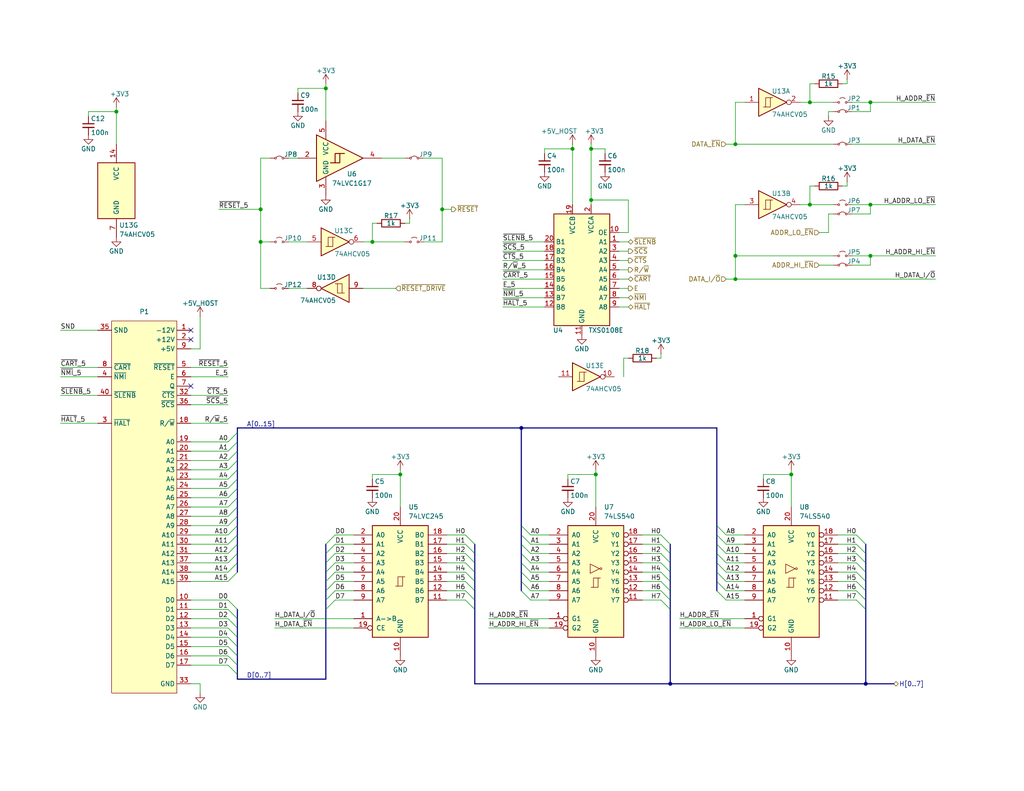
<source format=kicad_sch>
(kicad_sch (version 20231120) (generator "eeschema") (generator_version "8.0")
  (paper "USLetter")
  (title_block (title "CoCo Chameleon Cartridge Emulator") (date "2024-06-20") (rev "v0.2pre") (company "© 2023-2024 Sam Hanes, licensed CERN-OHL-W v2") (comment 1 "https://github.com/coco-chameleon/chameleon-hardware"))
  (junction (at 220.98 55.88))
  (junction (at 237.49 27.94))
  (junction (at 236.22 186.69))
  (junction (at 237.49 55.88))
  (junction (at 109.22 129.54))
  (junction (at 162.56 129.54))
  (junction (at 237.49 69.85))
  (junction (at 156.21 40.64))
  (junction (at 182.88 186.69))
  (junction (at 200.66 76.2))
  (junction (at 101.6 66.04))
  (junction (at 215.9 129.54))
  (junction (at 161.29 40.64))
  (junction (at 120.65 57.15))
  (junction (at 31.75 30.48))
  (junction (at 220.98 27.94))
  (junction (at 200.66 39.37))
  (junction (at 200.66 69.85))
  (junction (at 88.9 24.13))
  (junction (at 71.12 66.04))
  (junction (at 71.12 57.15))
  (junction (at 142.24 116.84))
  (junction (at 161.29 54.61))
  (no_connect (at 52.07 92.71))
  (no_connect (at 52.07 105.41))
  (no_connect (at 52.07 90.17))
  (bus_entry (at 88.9 163.83) (size 2.54 -2.54))
  (bus_entry (at 233.68 158.75) (size 2.54 2.54))
  (bus_entry (at 62.23 146.05) (size 2.54 -2.54))
  (bus_entry (at 195.58 156.21) (size 2.54 2.54))
  (bus_entry (at 180.34 163.83) (size 2.54 2.54))
  (bus_entry (at 62.23 163.83) (size 2.54 2.54))
  (bus_entry (at 62.23 120.65) (size 2.54 -2.54))
  (bus_entry (at 62.23 133.35) (size 2.54 -2.54))
  (bus_entry (at 62.23 143.51) (size 2.54 -2.54))
  (bus_entry (at 233.68 148.59) (size 2.54 2.54))
  (bus_entry (at 180.34 151.13) (size 2.54 2.54))
  (bus_entry (at 62.23 130.81) (size 2.54 -2.54))
  (bus_entry (at 233.68 151.13) (size 2.54 2.54))
  (bus_entry (at 62.23 123.19) (size 2.54 -2.54))
  (bus_entry (at 62.23 140.97) (size 2.54 -2.54))
  (bus_entry (at 233.68 153.67) (size 2.54 2.54))
  (bus_entry (at 62.23 166.37) (size 2.54 2.54))
  (bus_entry (at 127 146.05) (size 2.54 2.54))
  (bus_entry (at 195.58 153.67) (size 2.54 2.54))
  (bus_entry (at 62.23 151.13) (size 2.54 -2.54))
  (bus_entry (at 62.23 171.45) (size 2.54 2.54))
  (bus_entry (at 195.58 143.51) (size 2.54 2.54))
  (bus_entry (at 180.34 153.67) (size 2.54 2.54))
  (bus_entry (at 62.23 148.59) (size 2.54 -2.54))
  (bus_entry (at 88.9 166.37) (size 2.54 -2.54))
  (bus_entry (at 62.23 173.99) (size 2.54 2.54))
  (bus_entry (at 62.23 125.73) (size 2.54 -2.54))
  (bus_entry (at 62.23 156.21) (size 2.54 -2.54))
  (bus_entry (at 88.9 158.75) (size 2.54 -2.54))
  (bus_entry (at 62.23 179.07) (size 2.54 2.54))
  (bus_entry (at 127 163.83) (size 2.54 2.54))
  (bus_entry (at 127 153.67) (size 2.54 2.54))
  (bus_entry (at 195.58 161.29) (size 2.54 2.54))
  (bus_entry (at 180.34 148.59) (size 2.54 2.54))
  (bus_entry (at 180.34 161.29) (size 2.54 2.54))
  (bus_entry (at 127 151.13) (size 2.54 2.54))
  (bus_entry (at 62.23 153.67) (size 2.54 -2.54))
  (bus_entry (at 142.24 161.29) (size 2.54 2.54))
  (bus_entry (at 127 148.59) (size 2.54 2.54))
  (bus_entry (at 233.68 146.05) (size 2.54 2.54))
  (bus_entry (at 62.23 181.61) (size 2.54 2.54))
  (bus_entry (at 127 161.29) (size 2.54 2.54))
  (bus_entry (at 195.58 158.75) (size 2.54 2.54))
  (bus_entry (at 142.24 151.13) (size 2.54 2.54))
  (bus_entry (at 233.68 156.21) (size 2.54 2.54))
  (bus_entry (at 62.23 176.53) (size 2.54 2.54))
  (bus_entry (at 62.23 158.75) (size 2.54 -2.54))
  (bus_entry (at 62.23 138.43) (size 2.54 -2.54))
  (bus_entry (at 195.58 146.05) (size 2.54 2.54))
  (bus_entry (at 180.34 156.21) (size 2.54 2.54))
  (bus_entry (at 142.24 158.75) (size 2.54 2.54))
  (bus_entry (at 88.9 148.59) (size 2.54 -2.54))
  (bus_entry (at 88.9 161.29) (size 2.54 -2.54))
  (bus_entry (at 233.68 161.29) (size 2.54 2.54))
  (bus_entry (at 233.68 163.83) (size 2.54 2.54))
  (bus_entry (at 195.58 151.13) (size 2.54 2.54))
  (bus_entry (at 142.24 156.21) (size 2.54 2.54))
  (bus_entry (at 88.9 156.21) (size 2.54 -2.54))
  (bus_entry (at 142.24 143.51) (size 2.54 2.54))
  (bus_entry (at 142.24 153.67) (size 2.54 2.54))
  (bus_entry (at 88.9 153.67) (size 2.54 -2.54))
  (bus_entry (at 180.34 158.75) (size 2.54 2.54))
  (bus_entry (at 62.23 128.27) (size 2.54 -2.54))
  (bus_entry (at 88.9 151.13) (size 2.54 -2.54))
  (bus_entry (at 180.34 146.05) (size 2.54 2.54))
  (bus_entry (at 62.23 135.89) (size 2.54 -2.54))
  (bus_entry (at 142.24 148.59) (size 2.54 2.54))
  (bus_entry (at 127 156.21) (size 2.54 2.54))
  (bus_entry (at 142.24 146.05) (size 2.54 2.54))
  (bus_entry (at 195.58 148.59) (size 2.54 2.54))
  (bus_entry (at 62.23 168.91) (size 2.54 2.54))
  (bus_entry (at 127 158.75) (size 2.54 2.54))
  (wire (pts (xy 237.49 58.42) (xy 237.49 55.88)))
  (wire (pts (xy 115.57 66.04) (xy 120.65 66.04)))
  (bus (pts (xy 64.77 116.84) (xy 64.77 118.11)))
  (bus (pts (xy 195.58 116.84) (xy 195.58 143.51)))
  (wire (pts (xy 52.07 173.99) (xy 62.23 173.99)))
  (wire (pts (xy 144.78 156.21) (xy 149.86 156.21)))
  (wire (pts (xy 237.49 55.88) (xy 255.27 55.88)))
  (wire (pts (xy 144.78 158.75) (xy 149.86 158.75)))
  (bus (pts (xy 142.24 148.59) (xy 142.24 151.13)))
  (wire (pts (xy 232.41 58.42) (xy 237.49 58.42)))
  (bus (pts (xy 64.77 128.27) (xy 64.77 125.73)))
  (wire (pts (xy 137.16 71.12) (xy 148.59 71.12)))
  (wire (pts (xy 203.2 148.59) (xy 198.12 148.59)))
  (wire (pts (xy 168.91 78.74) (xy 171.45 78.74)))
  (bus (pts (xy 142.24 158.75) (xy 142.24 161.29)))
  (wire (pts (xy 121.92 153.67) (xy 127 153.67)))
  (wire (pts (xy 91.44 161.29) (xy 96.52 161.29)))
  (wire (pts (xy 237.49 30.48) (xy 237.49 27.94)))
  (wire (pts (xy 226.06 63.5) (xy 226.06 58.42)))
  (bus (pts (xy 64.77 135.89) (xy 64.77 133.35)))
  (wire (pts (xy 200.66 69.85) (xy 200.66 76.2)))
  (wire (pts (xy 237.49 27.94) (xy 255.27 27.94)))
  (wire (pts (xy 226.06 58.42) (xy 227.33 58.42)))
  (wire (pts (xy 144.78 146.05) (xy 149.86 146.05)))
  (wire (pts (xy 220.98 50.8) (xy 220.98 55.88)))
  (wire (pts (xy 31.75 30.48) (xy 24.13 30.48)))
  (wire (pts (xy 229.87 50.8) (xy 231.14 50.8)))
  (wire (pts (xy 73.66 78.74) (xy 71.12 78.74)))
  (wire (pts (xy 203.2 163.83) (xy 198.12 163.83)))
  (bus (pts (xy 64.77 173.99) (xy 64.77 176.53)))
  (wire (pts (xy 121.92 158.75) (xy 127 158.75)))
  (wire (pts (xy 115.57 43.18) (xy 120.65 43.18)))
  (wire (pts (xy 52.07 102.87) (xy 62.23 102.87)))
  (bus (pts (xy 129.54 153.67) (xy 129.54 156.21)))
  (wire (pts (xy 148.59 76.2) (xy 137.16 76.2)))
  (wire (pts (xy 52.07 135.89) (xy 62.23 135.89)))
  (wire (pts (xy 228.6 146.05) (xy 233.68 146.05)))
  (wire (pts (xy 232.41 69.85) (xy 237.49 69.85)))
  (wire (pts (xy 121.92 146.05) (xy 127 146.05)))
  (wire (pts (xy 203.2 146.05) (xy 198.12 146.05)))
  (bus (pts (xy 182.88 163.83) (xy 182.88 166.37)))
  (wire (pts (xy 52.07 148.59) (xy 62.23 148.59)))
  (wire (pts (xy 203.2 55.88) (xy 200.66 55.88)))
  (wire (pts (xy 200.66 55.88) (xy 200.66 69.85)))
  (wire (pts (xy 227.33 30.48) (xy 226.06 30.48)))
  (wire (pts (xy 218.44 27.94) (xy 220.98 27.94)))
  (wire (pts (xy 91.44 163.83) (xy 96.52 163.83)))
  (wire (pts (xy 91.44 148.59) (xy 96.52 148.59)))
  (wire (pts (xy 175.26 161.29) (xy 180.34 161.29)))
  (wire (pts (xy 91.44 156.21) (xy 96.52 156.21)))
  (wire (pts (xy 232.41 27.94) (xy 237.49 27.94)))
  (wire (pts (xy 52.07 140.97) (xy 62.23 140.97)))
  (wire (pts (xy 52.07 120.65) (xy 62.23 120.65)))
  (wire (pts (xy 88.9 33.02) (xy 88.9 24.13)))
  (wire (pts (xy 232.41 39.37) (xy 255.27 39.37)))
  (bus (pts (xy 88.9 161.29) (xy 88.9 158.75)))
  (bus (pts (xy 236.22 161.29) (xy 236.22 163.83)))
  (wire (pts (xy 231.14 49.53) (xy 231.14 50.8)))
  (wire (pts (xy 52.07 171.45) (xy 62.23 171.45)))
  (bus (pts (xy 64.77 185.42) (xy 88.9 185.42)))
  (wire (pts (xy 110.49 60.96) (xy 111.76 60.96)))
  (wire (pts (xy 109.22 129.54) (xy 101.6 129.54)))
  (wire (pts (xy 220.98 55.88) (xy 227.33 55.88)))
  (wire (pts (xy 111.76 59.69) (xy 111.76 60.96)))
  (wire (pts (xy 54.61 186.69) (xy 52.07 186.69)))
  (wire (pts (xy 203.2 151.13) (xy 198.12 151.13)))
  (wire (pts (xy 78.74 43.18) (xy 81.28 43.18)))
  (wire (pts (xy 71.12 43.18) (xy 71.12 57.15)))
  (wire (pts (xy 137.16 66.04) (xy 148.59 66.04)))
  (bus (pts (xy 142.24 156.21) (xy 142.24 158.75)))
  (wire (pts (xy 161.29 40.64) (xy 165.1 40.64)))
  (bus (pts (xy 64.77 133.35) (xy 64.77 130.81)))
  (wire (pts (xy 78.74 66.04) (xy 83.82 66.04)))
  (wire (pts (xy 168.91 73.66) (xy 171.45 73.66)))
  (bus (pts (xy 64.77 181.61) (xy 64.77 184.15)))
  (wire (pts (xy 91.44 158.75) (xy 96.52 158.75)))
  (bus (pts (xy 64.77 148.59) (xy 64.77 146.05)))
  (wire (pts (xy 208.28 129.54) (xy 208.28 130.81)))
  (wire (pts (xy 52.07 128.27) (xy 62.23 128.27)))
  (wire (pts (xy 52.07 158.75) (xy 62.23 158.75)))
  (bus (pts (xy 182.88 151.13) (xy 182.88 153.67)))
  (wire (pts (xy 175.26 151.13) (xy 180.34 151.13)))
  (wire (pts (xy 156.21 40.64) (xy 148.59 40.64)))
  (bus (pts (xy 236.22 151.13) (xy 236.22 153.67)))
  (bus (pts (xy 236.22 186.69) (xy 182.88 186.69)))
  (wire (pts (xy 168.91 63.5) (xy 171.45 63.5)))
  (wire (pts (xy 52.07 181.61) (xy 62.23 181.61)))
  (bus (pts (xy 195.58 153.67) (xy 195.58 156.21)))
  (bus (pts (xy 64.77 125.73) (xy 64.77 123.19)))
  (bus (pts (xy 64.77 120.65) (xy 64.77 118.11)))
  (wire (pts (xy 52.07 110.49) (xy 62.23 110.49)))
  (wire (pts (xy 154.94 129.54) (xy 154.94 130.81)))
  (bus (pts (xy 182.88 158.75) (xy 182.88 161.29)))
  (wire (pts (xy 175.26 148.59) (xy 180.34 148.59)))
  (bus (pts (xy 195.58 146.05) (xy 195.58 148.59)))
  (wire (pts (xy 162.56 138.43) (xy 162.56 129.54)))
  (bus (pts (xy 64.77 171.45) (xy 64.77 173.99)))
  (bus (pts (xy 236.22 156.21) (xy 236.22 158.75)))
  (bus (pts (xy 142.24 146.05) (xy 142.24 148.59)))
  (bus (pts (xy 182.88 153.67) (xy 182.88 156.21)))
  (wire (pts (xy 121.92 151.13) (xy 127 151.13)))
  (wire (pts (xy 144.78 151.13) (xy 149.86 151.13)))
  (wire (pts (xy 228.6 163.83) (xy 233.68 163.83)))
  (wire (pts (xy 162.56 129.54) (xy 154.94 129.54)))
  (wire (pts (xy 24.13 30.48) (xy 24.13 31.75)))
  (bus (pts (xy 64.77 153.67) (xy 64.77 151.13)))
  (wire (pts (xy 161.29 54.61) (xy 161.29 40.64)))
  (bus (pts (xy 195.58 151.13) (xy 195.58 153.67)))
  (wire (pts (xy 74.93 171.45) (xy 96.52 171.45)))
  (wire (pts (xy 232.41 30.48) (xy 237.49 30.48)))
  (bus (pts (xy 129.54 163.83) (xy 129.54 166.37)))
  (bus (pts (xy 129.54 156.21) (xy 129.54 158.75)))
  (bus (pts (xy 64.77 138.43) (xy 64.77 135.89)))
  (wire (pts (xy 203.2 27.94) (xy 200.66 27.94)))
  (bus (pts (xy 129.54 151.13) (xy 129.54 153.67)))
  (wire (pts (xy 228.6 158.75) (xy 233.68 158.75)))
  (wire (pts (xy 228.6 161.29) (xy 233.68 161.29)))
  (wire (pts (xy 228.6 153.67) (xy 233.68 153.67)))
  (wire (pts (xy 148.59 73.66) (xy 137.16 73.66)))
  (bus (pts (xy 129.54 186.69) (xy 129.54 166.37)))
  (wire (pts (xy 91.44 151.13) (xy 96.52 151.13)))
  (wire (pts (xy 203.2 158.75) (xy 198.12 158.75)))
  (bus (pts (xy 129.54 158.75) (xy 129.54 161.29)))
  (bus (pts (xy 195.58 143.51) (xy 195.58 146.05)))
  (wire (pts (xy 203.2 161.29) (xy 198.12 161.29)))
  (bus (pts (xy 64.77 116.84) (xy 142.24 116.84)))
  (wire (pts (xy 175.26 146.05) (xy 180.34 146.05)))
  (wire (pts (xy 74.93 168.91) (xy 96.52 168.91)))
  (wire (pts (xy 220.98 22.86) (xy 220.98 27.94)))
  (wire (pts (xy 16.51 115.57) (xy 26.67 115.57)))
  (wire (pts (xy 168.91 83.82) (xy 171.45 83.82)))
  (wire (pts (xy 133.35 171.45) (xy 149.86 171.45)))
  (bus (pts (xy 64.77 143.51) (xy 64.77 140.97)))
  (wire (pts (xy 52.07 130.81) (xy 62.23 130.81)))
  (bus (pts (xy 129.54 186.69) (xy 182.88 186.69)))
  (wire (pts (xy 52.07 156.21) (xy 62.23 156.21)))
  (wire (pts (xy 52.07 100.33) (xy 62.23 100.33)))
  (wire (pts (xy 109.22 128.27) (xy 109.22 129.54)))
  (bus (pts (xy 195.58 156.21) (xy 195.58 158.75)))
  (bus (pts (xy 236.22 148.59) (xy 236.22 151.13)))
  (wire (pts (xy 171.45 54.61) (xy 161.29 54.61)))
  (wire (pts (xy 171.45 97.79) (xy 170.18 97.79)))
  (wire (pts (xy 161.29 39.37) (xy 161.29 40.64)))
  (wire (pts (xy 148.59 83.82) (xy 137.16 83.82)))
  (wire (pts (xy 54.61 86.36) (xy 54.61 95.25)))
  (wire (pts (xy 168.91 71.12) (xy 171.45 71.12)))
  (wire (pts (xy 88.9 24.13) (xy 81.28 24.13)))
  (wire (pts (xy 52.07 166.37) (xy 62.23 166.37)))
  (wire (pts (xy 52.07 143.51) (xy 62.23 143.51)))
  (wire (pts (xy 175.26 158.75) (xy 180.34 158.75)))
  (wire (pts (xy 168.91 66.04) (xy 171.45 66.04)))
  (wire (pts (xy 162.56 128.27) (xy 162.56 129.54)))
  (bus (pts (xy 236.22 153.67) (xy 236.22 156.21)))
  (bus (pts (xy 88.9 163.83) (xy 88.9 161.29)))
  (wire (pts (xy 71.12 78.74) (xy 71.12 66.04)))
  (wire (pts (xy 232.41 55.88) (xy 237.49 55.88)))
  (wire (pts (xy 121.92 156.21) (xy 127 156.21)))
  (wire (pts (xy 52.07 146.05) (xy 62.23 146.05)))
  (wire (pts (xy 52.07 138.43) (xy 62.23 138.43)))
  (bus (pts (xy 64.77 166.37) (xy 64.77 168.91)))
  (bus (pts (xy 129.54 148.59) (xy 129.54 151.13)))
  (wire (pts (xy 52.07 163.83) (xy 62.23 163.83)))
  (wire (pts (xy 171.45 63.5) (xy 171.45 54.61)))
  (wire (pts (xy 218.44 55.88) (xy 220.98 55.88)))
  (wire (pts (xy 88.9 22.86) (xy 88.9 24.13)))
  (wire (pts (xy 228.6 148.59) (xy 233.68 148.59)))
  (bus (pts (xy 182.88 186.69) (xy 182.88 166.37)))
  (bus (pts (xy 64.77 168.91) (xy 64.77 171.45)))
  (wire (pts (xy 52.07 153.67) (xy 62.23 153.67)))
  (wire (pts (xy 99.06 78.74) (xy 107.95 78.74)))
  (wire (pts (xy 52.07 133.35) (xy 62.23 133.35)))
  (wire (pts (xy 237.49 72.39) (xy 237.49 69.85)))
  (wire (pts (xy 91.44 146.05) (xy 96.52 146.05)))
  (wire (pts (xy 198.12 76.2) (xy 200.66 76.2)))
  (wire (pts (xy 148.59 78.74) (xy 137.16 78.74)))
  (wire (pts (xy 165.1 40.64) (xy 165.1 41.91)))
  (wire (pts (xy 52.07 95.25) (xy 54.61 95.25)))
  (wire (pts (xy 175.26 163.83) (xy 180.34 163.83)))
  (wire (pts (xy 215.9 129.54) (xy 208.28 129.54)))
  (bus (pts (xy 64.77 151.13) (xy 64.77 148.59)))
  (wire (pts (xy 237.49 69.85) (xy 255.27 69.85)))
  (bus (pts (xy 88.9 166.37) (xy 88.9 163.83)))
  (bus (pts (xy 243.84 186.69) (xy 236.22 186.69)))
  (wire (pts (xy 144.78 148.59) (xy 149.86 148.59)))
  (wire (pts (xy 52.07 151.13) (xy 62.23 151.13)))
  (wire (pts (xy 156.21 39.37) (xy 156.21 40.64)))
  (bus (pts (xy 64.77 140.97) (xy 64.77 138.43)))
  (wire (pts (xy 198.12 39.37) (xy 200.66 39.37)))
  (wire (pts (xy 78.74 78.74) (xy 83.82 78.74)))
  (wire (pts (xy 91.44 153.67) (xy 96.52 153.67)))
  (bus (pts (xy 195.58 158.75) (xy 195.58 161.29)))
  (bus (pts (xy 64.77 123.19) (xy 64.77 120.65)))
  (wire (pts (xy 223.52 72.39) (xy 227.33 72.39)))
  (wire (pts (xy 52.07 176.53) (xy 62.23 176.53)))
  (wire (pts (xy 16.51 90.17) (xy 26.67 90.17)))
  (bus (pts (xy 88.9 156.21) (xy 88.9 153.67)))
  (wire (pts (xy 120.65 57.15) (xy 120.65 43.18)))
  (wire (pts (xy 52.07 123.19) (xy 62.23 123.19)))
  (wire (pts (xy 133.35 168.91) (xy 149.86 168.91)))
  (wire (pts (xy 175.26 153.67) (xy 180.34 153.67)))
  (wire (pts (xy 121.92 161.29) (xy 127 161.29)))
  (wire (pts (xy 148.59 68.58) (xy 137.16 68.58)))
  (wire (pts (xy 179.07 97.79) (xy 180.34 97.79)))
  (wire (pts (xy 215.9 128.27) (xy 215.9 129.54)))
  (wire (pts (xy 144.78 153.67) (xy 149.86 153.67)))
  (wire (pts (xy 161.29 55.88) (xy 161.29 54.61)))
  (wire (pts (xy 168.91 68.58) (xy 171.45 68.58)))
  (bus (pts (xy 64.77 156.21) (xy 64.77 153.67)))
  (bus (pts (xy 64.77 176.53) (xy 64.77 179.07)))
  (bus (pts (xy 64.77 185.42) (xy 64.77 184.15)))
  (bus (pts (xy 142.24 151.13) (xy 142.24 153.67)))
  (bus (pts (xy 236.22 163.83) (xy 236.22 166.37)))
  (bus (pts (xy 88.9 158.75) (xy 88.9 156.21)))
  (wire (pts (xy 203.2 153.67) (xy 198.12 153.67)))
  (wire (pts (xy 52.07 115.57) (xy 62.23 115.57)))
  (wire (pts (xy 16.51 102.87) (xy 26.67 102.87)))
  (wire (pts (xy 71.12 66.04) (xy 71.12 57.15)))
  (wire (pts (xy 101.6 129.54) (xy 101.6 130.81)))
  (wire (pts (xy 232.41 72.39) (xy 237.49 72.39)))
  (wire (pts (xy 223.52 63.5) (xy 226.06 63.5)))
  (wire (pts (xy 215.9 138.43) (xy 215.9 129.54)))
  (wire (pts (xy 220.98 27.94) (xy 227.33 27.94)))
  (bus (pts (xy 182.88 156.21) (xy 182.88 158.75)))
  (wire (pts (xy 104.14 43.18) (xy 110.49 43.18)))
  (wire (pts (xy 101.6 66.04) (xy 110.49 66.04)))
  (bus (pts (xy 142.24 143.51) (xy 142.24 146.05)))
  (wire (pts (xy 222.25 50.8) (xy 220.98 50.8)))
  (wire (pts (xy 228.6 151.13) (xy 233.68 151.13)))
  (wire (pts (xy 170.18 97.79) (xy 170.18 102.87)))
  (wire (pts (xy 101.6 60.96) (xy 101.6 66.04)))
  (wire (pts (xy 52.07 168.91) (xy 62.23 168.91)))
  (wire (pts (xy 148.59 40.64) (xy 148.59 41.91)))
  (wire (pts (xy 231.14 21.59) (xy 231.14 22.86)))
  (wire (pts (xy 31.75 39.37) (xy 31.75 30.48)))
  (wire (pts (xy 203.2 156.21) (xy 198.12 156.21)))
  (wire (pts (xy 52.07 107.95) (xy 62.23 107.95)))
  (bus (pts (xy 236.22 186.69) (xy 236.22 166.37)))
  (wire (pts (xy 71.12 66.04) (xy 73.66 66.04)))
  (bus (pts (xy 88.9 151.13) (xy 88.9 148.59)))
  (wire (pts (xy 148.59 81.28) (xy 137.16 81.28)))
  (bus (pts (xy 64.77 146.05) (xy 64.77 143.51)))
  (wire (pts (xy 71.12 43.18) (xy 73.66 43.18)))
  (bus (pts (xy 88.9 153.67) (xy 88.9 151.13)))
  (wire (pts (xy 99.06 66.04) (xy 101.6 66.04)))
  (wire (pts (xy 175.26 156.21) (xy 180.34 156.21)))
  (bus (pts (xy 129.54 161.29) (xy 129.54 163.83)))
  (wire (pts (xy 144.78 161.29) (xy 149.86 161.29)))
  (bus (pts (xy 88.9 185.42) (xy 88.9 166.37)))
  (wire (pts (xy 222.25 22.86) (xy 220.98 22.86)))
  (wire (pts (xy 102.87 60.96) (xy 101.6 60.96)))
  (wire (pts (xy 229.87 22.86) (xy 231.14 22.86)))
  (wire (pts (xy 200.66 39.37) (xy 227.33 39.37)))
  (wire (pts (xy 227.33 69.85) (xy 200.66 69.85)))
  (wire (pts (xy 16.51 100.33) (xy 26.67 100.33)))
  (wire (pts (xy 120.65 57.15) (xy 123.19 57.15)))
  (bus (pts (xy 64.77 179.07) (xy 64.77 181.61)))
  (bus (pts (xy 142.24 153.67) (xy 142.24 156.21)))
  (wire (pts (xy 226.06 30.48) (xy 226.06 31.75)))
  (wire (pts (xy 109.22 138.43) (xy 109.22 129.54)))
  (wire (pts (xy 200.66 76.2) (xy 255.27 76.2)))
  (wire (pts (xy 59.69 57.15) (xy 71.12 57.15)))
  (bus (pts (xy 182.88 161.29) (xy 182.88 163.83)))
  (wire (pts (xy 180.34 96.52) (xy 180.34 97.79)))
  (wire (pts (xy 121.92 148.59) (xy 127 148.59)))
  (wire (pts (xy 120.65 66.04) (xy 120.65 57.15)))
  (wire (pts (xy 54.61 189.23) (xy 54.61 186.69)))
  (wire (pts (xy 228.6 156.21) (xy 233.68 156.21)))
  (wire (pts (xy 16.51 107.95) (xy 26.67 107.95)))
  (wire (pts (xy 168.91 76.2) (xy 171.45 76.2)))
  (wire (pts (xy 200.66 27.94) (xy 200.66 39.37)))
  (bus (pts (xy 195.58 148.59) (xy 195.58 151.13)))
  (wire (pts (xy 144.78 163.83) (xy 149.86 163.83)))
  (bus (pts (xy 182.88 148.59) (xy 182.88 151.13)))
  (bus (pts (xy 142.24 116.84) (xy 142.24 143.51)))
  (wire (pts (xy 52.07 179.07) (xy 62.23 179.07)))
  (wire (pts (xy 81.28 24.13) (xy 81.28 25.4)))
  (bus (pts (xy 236.22 158.75) (xy 236.22 161.29)))
  (wire (pts (xy 52.07 125.73) (xy 62.23 125.73)))
  (wire (pts (xy 203.2 171.45) (xy 185.42 171.45)))
  (bus (pts (xy 142.24 116.84) (xy 195.58 116.84)))
  (wire (pts (xy 31.75 29.21) (xy 31.75 30.48)))
  (wire (pts (xy 121.92 163.83) (xy 127 163.83)))
  (wire (pts (xy 185.42 168.91) (xy 203.2 168.91)))
  (wire (pts (xy 156.21 55.88) (xy 156.21 40.64)))
  (wire (pts (xy 168.91 81.28) (xy 171.45 81.28)))
  (bus (pts (xy 64.77 130.81) (xy 64.77 128.27)))
  (label "SND" (at 16.51 90.17 0))
  (label "H2" (at 127 151.13 180))
  (label "~{NMI}_5" (at 137.16 81.28 0))
  (label "A2" (at 144.78 151.13 0))
  (label "D4" (at 91.44 156.21 0))
  (label "A14" (at 62.23 156.21 180))
  (label "D2" (at 62.23 168.91 180))
  (label "D1" (at 91.44 148.59 0))
  (label "D2" (at 91.44 151.13 0))
  (label "H_ADDR_~{EN}" (at 133.35 168.91 0))
  (label "A10" (at 198.12 151.13 0))
  (label "H_ADDR_LO_~{EN}" (at 185.42 171.45 0))
  (label "A11" (at 198.12 153.67 0))
  (label "A12" (at 62.23 151.13 180))
  (label "H5" (at 233.68 158.75 180))
  (label "~{SCS}_5" (at 62.23 110.49 180))
  (label "A6" (at 144.78 161.29 0))
  (label "A4" (at 144.78 156.21 0))
  (label "A12" (at 198.12 156.21 0))
  (label "~{CART}_5" (at 137.16 76.2 0))
  (label "A8" (at 198.12 146.05 0))
  (label "~{CTS}_5" (at 137.16 71.12 0))
  (label "D1" (at 62.23 166.37 180))
  (label "~{HALT}_5" (at 137.16 83.82 0))
  (label "H2" (at 233.68 151.13 180))
  (label "~{NMI}_5" (at 16.51 102.87 0))
  (label "H0" (at 233.68 146.05 180))
  (label "~{SCS}_5" (at 137.16 68.58 0))
  (label "A1" (at 62.23 123.19 180))
  (label "H1" (at 180.34 148.59 180))
  (label "A9" (at 62.23 143.51 180))
  (label "H3" (at 180.34 153.67 180))
  (label "~{RESET}_5" (at 62.23 100.33 180))
  (label "H_ADDR_HI_~{EN}" (at 133.35 171.45 0))
  (label "D3" (at 62.23 171.45 180))
  (label "H0" (at 180.34 146.05 180))
  (label "H_ADDR_HI_~{EN}" (at 255.27 69.85 180))
  (label "A7" (at 144.78 163.83 0))
  (label "~{SLENB}_5" (at 16.51 107.95 0))
  (label "H4" (at 180.34 156.21 180))
  (label "H7" (at 233.68 163.83 180))
  (label "H_ADDR_~{EN}" (at 185.42 168.91 0))
  (label "A0" (at 144.78 146.05 0))
  (label "H_ADDR_LO_~{EN}" (at 255.27 55.88 180))
  (label "~{SLENB}_5" (at 137.16 66.04 0))
  (label "A3" (at 62.23 128.27 180))
  (label "E_5" (at 137.16 78.74 0))
  (label "H4" (at 233.68 156.21 180))
  (label "~{CTS}_5" (at 62.23 107.95 180))
  (label "A5" (at 62.23 133.35 180))
  (label "A15" (at 198.12 163.83 0))
  (label "H2" (at 180.34 151.13 180))
  (label "D4" (at 62.23 173.99 180))
  (label "H6" (at 127 161.29 180))
  (label "H1" (at 233.68 148.59 180))
  (label "D6" (at 91.44 161.29 0))
  (label "D5" (at 62.23 176.53 180))
  (label "H3" (at 127 153.67 180))
  (label "A0" (at 62.23 120.65 180))
  (label "A11" (at 62.23 148.59 180))
  (label "A9" (at 198.12 148.59 0))
  (label "D0" (at 91.44 146.05 0))
  (label "A3" (at 144.78 153.67 0))
  (label "A[0..15]" (at 67.31 116.84 0))
  (label "A13" (at 198.12 158.75 0))
  (label "H1" (at 127 148.59 180))
  (label "R{slash}~{W}_5" (at 62.23 115.57 180))
  (label "H5" (at 180.34 158.75 180))
  (label "H5" (at 127 158.75 180))
  (label "H_DATA_~{EN}" (at 74.93 171.45 0))
  (label "A13" (at 62.23 153.67 180))
  (label "A5" (at 144.78 158.75 0))
  (label "H7" (at 180.34 163.83 180))
  (label "H_DATA_I{slash}~{O}" (at 74.93 168.91 0))
  (label "E_5" (at 62.23 102.87 180))
  (label "H_DATA_I{slash}~{O}" (at 255.27 76.2 180))
  (label "H7" (at 127 163.83 180))
  (label "~{CART}_5" (at 16.51 100.33 0))
  (label "A10" (at 62.23 146.05 180))
  (label "~{RESET}_5" (at 59.69 57.15 0))
  (label "D5" (at 91.44 158.75 0))
  (label "A6" (at 62.23 135.89 180))
  (label "A4" (at 62.23 130.81 180))
  (label "A15" (at 62.23 158.75 180))
  (label "A2" (at 62.23 125.73 180))
  (label "R{slash}~{W}_5" (at 137.16 73.66 0))
  (label "A8" (at 62.23 140.97 180))
  (label "A7" (at 62.23 138.43 180))
  (label "D6" (at 62.23 179.07 180))
  (label "~{HALT}_5" (at 16.51 115.57 0))
  (label "H_ADDR_~{EN}" (at 255.27 27.94 180))
  (label "D7" (at 91.44 163.83 0))
  (label "H4" (at 127 156.21 180))
  (label "H6" (at 180.34 161.29 180))
  (label "H6" (at 233.68 161.29 180))
  (label "H0" (at 127 146.05 180))
  (label "A1" (at 144.78 148.59 0))
  (label "D[0..7]" (at 67.31 185.42 0))
  (label "A14" (at 198.12 161.29 0))
  (label "H_DATA_~{EN}" (at 255.27 39.37 180))
  (label "D3" (at 91.44 153.67 0))
  (label "D0" (at 62.23 163.83 180))
  (label "H3" (at 233.68 153.67 180))
  (label "D7" (at 62.23 181.61 180))
  (hierarchical_label "ADDR_LO_~{EN}" (shape input) (at 223.52 63.5 180))
  (hierarchical_label "ADDR_HI_~{EN}" (shape input) (at 223.52 72.39 180))
  (hierarchical_label "~{CART}" (shape bidirectional) (at 171.45 76.2 0))
  (hierarchical_label "E" (shape output) (at 171.45 78.74 0))
  (hierarchical_label "~{RESET}" (shape output) (at 123.19 57.15 0))
  (hierarchical_label "~{CTS}" (shape output) (at 171.45 71.12 0))
  (hierarchical_label "~{NMI}" (shape bidirectional) (at 171.45 81.28 0))
  (hierarchical_label "~{HALT}" (shape bidirectional) (at 171.45 83.82 0))
  (hierarchical_label "R{slash}~{W}" (shape output) (at 171.45 73.66 0))
  (hierarchical_label "~{RESET_DRIVE}" (shape input) (at 107.95 78.74 0))
  (hierarchical_label "DATA_I{slash}~{O}" (shape input) (at 198.12 76.2 180))
  (hierarchical_label "H[0..7]" (shape tri_state) (at 243.84 186.69 0))
  (hierarchical_label "~{SCS}" (shape output) (at 171.45 68.58 0))
  (hierarchical_label "DATA_~{EN}" (shape input) (at 198.12 39.37 180))
  (hierarchical_label "~{SLENB}" (shape bidirectional) (at 171.45 66.04 0))
  (symbol (lib_id "Device:C_Small") (at 81.28 27.94 0) (unit 1)
    (property "Reference" "C9" (at 81.915 26.035 0) (effects (justify left)))
    (property "Value" "100n" (at 81.915 29.845 0) (effects (justify left)))
    (property "Footprint" "Capacitor_SMD:C_0603_1608Metric" (effects (hide yes)))
  )
  (symbol (lib_id "power:GND") (at 54.61 189.23 0) (unit 1)
    (property "Reference" "#PWR020" (effects (hide yes)))
    (property "Value" "GND" (at 54.61 193.04 0))
    (property "Description" "Power symbol creates a global label with name \"GND\" , ground" (effects (hide yes)))
  )
  (symbol (lib_id "74xx:74LS14") (at 160.02 102.87 0) (unit 5)
    (property "Reference" "U13" (at 159.766 99.822 0) (effects (justify left)))
    (property "Value" "74AHCV05" (at 159.766 106.172 0) (effects (justify left)))
    (property "Footprint" "Package_SO:TSSOP-14_4.4x5mm_P0.65mm" (effects (hide yes)))
    (property "Datasheet" "https://assets.nexperia.com/documents/data-sheet/74AHCV05A.pdf" (effects (hide yes)))
    (property "Description" "Hex inverter schmitt trigger open collector" (effects (hide yes)))
  )
  (symbol (lib_id "Jumper:Jumper_2_Small_Open") (at 76.2 78.74 0) (unit 1) (exclude_from_sim yes)
    (property "Reference" "JP12" (at 77.47 77.724 0) (effects (justify left)))
    (property "Value" "Jumper_2_Small_Open" (effects (hide yes)))
    (property "Footprint" "Jumper:SolderJumper-2_P1.3mm_Open_TrianglePad1.0x1.5mm" (effects (hide yes)))
    (property "Description" "Jumper, 2-pole, small symbol, open" (effects (hide yes)))
  )
  (symbol (lib_id "power:+3V3") (at 111.76 59.69 0) (unit 1)
    (property "Reference" "#PWR064" (effects (hide yes)))
    (property "Value" "+3V3" (at 111.76 56.134 0))
    (property "Description" "Power symbol creates a global label with name \"+3V3\"" (effects (hide yes)))
  )
  (symbol (lib_id "power:GND") (at 31.75 64.77 0) (mirror y) (unit 1)
    (property "Reference" "#PWR063" (effects (hide yes)))
    (property "Value" "GND" (at 31.75 68.58 0))
    (property "Description" "Power symbol creates a global label with name \"GND\" , ground" (effects (hide yes)))
  )
  (symbol (lib_id "power:GND") (at 101.6 135.89 0) (unit 1)
    (property "Reference" "#PWR023" (effects (hide yes)))
    (property "Value" "GND" (at 101.6 139.7 0))
    (property "Description" "Power symbol creates a global label with name \"GND\" , ground" (effects (hide yes)))
  )
  (symbol (lib_id "74xx:74LS14") (at 210.82 27.94 0) (unit 1)
    (property "Reference" "U13" (at 210.566 24.892 0) (effects (justify left)))
    (property "Value" "74AHCV05" (at 210.566 31.242 0) (effects (justify left)))
    (property "Footprint" "Package_SO:TSSOP-14_4.4x5mm_P0.65mm" (effects (hide yes)))
    (property "Datasheet" "https://assets.nexperia.com/documents/data-sheet/74AHCV05A.pdf" (effects (hide yes)))
    (property "Description" "Hex inverter schmitt trigger open collector" (effects (hide yes)))
  )
  (symbol (lib_id "74xx:74LS540") (at 162.56 158.75 0) (unit 1)
    (property "Reference" "U7" (at 164.7541 138.43 0) (effects (justify left)))
    (property "Value" "74LS540" (at 164.7541 140.97 0) (effects (justify left)))
    (property "Datasheet" "http://www.ti.com/lit/gpn/sn74LS540" (effects (hide yes)))
    (property "Description" "8-bit Buffer/Line driver Inverter, 3-state outputs" (effects (hide yes)))
  )
  (symbol (lib_id "Jumper:Jumper_2_Small_Bridged") (at 229.87 58.42 0) (unit 1) (exclude_from_sim yes)
    (property "Reference" "JP7" (at 231.14 57.404 0) (effects (justify left)))
    (property "Value" "Jumper_2_Small_Bridged" (effects (hide yes)))
    (property "Footprint" "Jumper:SolderJumper-2_P1.3mm_Open_TrianglePad1.0x1.5mm" (effects (hide yes)))
    (property "Description" "Jumper, 2-pole, small symbol, bridged" (effects (hide yes)))
  )
  (symbol (lib_id "power:GND") (at 162.56 179.07 0) (unit 1)
    (property "Reference" "#PWR031" (effects (hide yes)))
    (property "Value" "GND" (at 162.56 182.88 0))
    (property "Description" "Power symbol creates a global label with name \"GND\" , ground" (effects (hide yes)))
  )
  (symbol (lib_id "Device:R") (at 175.26 97.79 90) (unit 1)
    (property "Reference" "R18" (at 175.26 95.758 90))
    (property "Value" "1k" (at 175.26 97.79 90))
    (property "Footprint" "Resistor_SMD:R_0603_1608Metric" (effects (hide yes)))
    (property "Description" "Resistor" (effects (hide yes)))
  )
  (symbol (lib_id "power:GND") (at 81.28 30.48 0) (unit 1)
    (property "Reference" "#PWR035" (effects (hide yes)))
    (property "Value" "GND" (at 81.28 34.29 0))
    (property "Description" "Power symbol creates a global label with name \"GND\" , ground" (effects (hide yes)))
  )
  (symbol (lib_id "Jumper:Jumper_2_Small_Open") (at 76.2 66.04 0) (unit 1) (exclude_from_sim yes)
    (property "Reference" "JP10" (at 77.47 65.024 0) (effects (justify left)))
    (property "Value" "Jumper_2_Small_Open" (effects (hide yes)))
    (property "Footprint" "Jumper:SolderJumper-2_P1.3mm_Open_TrianglePad1.0x1.5mm" (effects (hide yes)))
    (property "Description" "Jumper, 2-pole, small symbol, open" (effects (hide yes)))
  )
  (symbol (lib_id "power:GND") (at 24.13 36.83 0) (unit 1)
    (property "Reference" "#PWR061" (effects (hide yes)))
    (property "Value" "GND" (at 24.13 40.64 0))
    (property "Description" "Power symbol creates a global label with name \"GND\" , ground" (effects (hide yes)))
  )
  (symbol (lib_id "power:+3V3") (at 231.14 21.59 0) (unit 1)
    (property "Reference" "#PWR037" (effects (hide yes)))
    (property "Value" "+3V3" (at 231.14 18.034 0))
    (property "Description" "Power symbol creates a global label with name \"+3V3\"" (effects (hide yes)))
  )
  (symbol (lib_id "Device:C_Small") (at 165.1 44.45 0) (unit 1)
    (property "Reference" "C6" (at 165.735 42.545 0) (effects (justify left)))
    (property "Value" "100n" (at 165.735 46.355 0) (effects (justify left)))
    (property "Footprint" "Capacitor_SMD:C_0603_1608Metric" (effects (hide yes)))
  )
  (symbol (lib_id "power:GND") (at 226.06 31.75 0) (unit 1)
    (property "Reference" "#PWR07" (effects (hide yes)))
    (property "Value" "GND" (at 226.06 35.56 0))
    (property "Description" "Power symbol creates a global label with name \"GND\" , ground" (effects (hide yes)))
  )
  (symbol (lib_id "power:+3V3") (at 162.56 128.27 0) (unit 1)
    (property "Reference" "#PWR030" (effects (hide yes)))
    (property "Value" "+3V3" (at 162.56 124.714 0))
    (property "Description" "Power symbol creates a global label with name \"+3V3\"" (effects (hide yes)))
  )
  (symbol (lib_id "power:GND") (at 208.28 135.89 0) (unit 1)
    (property "Reference" "#PWR032" (effects (hide yes)))
    (property "Value" "GND" (at 208.28 139.7 0))
    (property "Description" "Power symbol creates a global label with name \"GND\" , ground" (effects (hide yes)))
  )
  (symbol (lib_id "0Project:+5V_HOST") (at 156.21 39.37 0) (unit 1)
    (property "Reference" "#PWR022" (effects (hide yes)))
    (property "Value" "+5V_HOST" (at 157.48 35.814 0) (effects (justify right)))
    (property "Description" "Power symbol creates a global label with name \"+5V\"" (effects (hide yes)))
  )
  (symbol (lib_id "power:+3V3") (at 109.22 128.27 0) (unit 1)
    (property "Reference" "#PWR027" (effects (hide yes)))
    (property "Value" "+3V3" (at 109.22 124.714 0))
    (property "Description" "Power symbol creates a global label with name \"+3V3\"" (effects (hide yes)))
  )
  (symbol (lib_id "74xx:74LS14") (at 91.44 78.74 0) (mirror y) (unit 4)
    (property "Reference" "U13" (at 91.694 75.692 0) (effects (justify left)))
    (property "Value" "74AHCV05" (at 91.694 82.042 0) (effects (justify left)))
    (property "Footprint" "Package_SO:TSSOP-14_4.4x5mm_P0.65mm" (effects (hide yes)))
    (property "Datasheet" "https://assets.nexperia.com/documents/data-sheet/74AHCV05A.pdf" (effects (hide yes)))
    (property "Description" "Hex inverter schmitt trigger open collector" (effects (hide yes)))
  )
  (symbol (lib_id "Device:R") (at 226.06 50.8 90) (unit 1)
    (property "Reference" "R16" (at 226.06 48.768 90))
    (property "Value" "1k" (at 226.06 50.8 90))
    (property "Footprint" "Resistor_SMD:R_0603_1608Metric" (effects (hide yes)))
    (property "Description" "Resistor" (effects (hide yes)))
  )
  (symbol (lib_id "power:GND") (at 165.1 46.99 0) (mirror y) (unit 1)
    (property "Reference" "#PWR026" (effects (hide yes)))
    (property "Value" "GND" (at 165.1 50.8 0))
    (property "Description" "Power symbol creates a global label with name \"GND\" , ground" (effects (hide yes)))
  )
  (symbol (lib_id "Device:C_Small") (at 24.13 34.29 0) (unit 1)
    (property "Reference" "C12" (at 24.765 32.385 0) (effects (justify left)))
    (property "Value" "100n" (at 24.765 36.195 0) (effects (justify left)))
    (property "Footprint" "Capacitor_SMD:C_0603_1608Metric" (effects (hide yes)))
  )
  (symbol (lib_id "74xx:74LS14") (at 91.44 66.04 0) (unit 3)
    (property "Reference" "U13" (at 91.186 62.992 0) (effects (justify left)))
    (property "Value" "74AHCV05" (at 91.186 69.342 0) (effects (justify left)))
    (property "Footprint" "Package_SO:TSSOP-14_4.4x5mm_P0.65mm" (effects (hide yes)))
    (property "Datasheet" "https://assets.nexperia.com/documents/data-sheet/74AHCV05A.pdf" (effects (hide yes)))
    (property "Description" "Hex inverter schmitt trigger open collector" (effects (hide yes)))
  )
  (symbol (lib_id "power:+3V3") (at 31.75 29.21 0) (mirror y) (unit 1)
    (property "Reference" "#PWR062" (effects (hide yes)))
    (property "Value" "+3V3" (at 29.972 25.654 0) (effects (justify right)))
    (property "Description" "Power symbol creates a global label with name \"+3V3\"" (effects (hide yes)))
  )
  (symbol (lib_id "power:GND") (at 215.9 179.07 0) (unit 1)
    (property "Reference" "#PWR034" (effects (hide yes)))
    (property "Value" "GND" (at 215.9 182.88 0))
    (property "Description" "Power symbol creates a global label with name \"GND\" , ground" (effects (hide yes)))
  )
  (symbol (lib_id "Jumper:Jumper_2_Small_Bridged") (at 229.87 30.48 0) (unit 1) (exclude_from_sim yes)
    (property "Reference" "JP1" (at 231.14 29.464 0) (effects (justify left)))
    (property "Value" "Jumper_2_Small_Bridged" (effects (hide yes)))
    (property "Footprint" "Jumper:SolderJumper-2_P1.3mm_Open_TrianglePad1.0x1.5mm" (effects (hide yes)))
    (property "Description" "Jumper, 2-pole, small symbol, bridged" (effects (hide yes)))
  )
  (symbol (lib_id "power:GND") (at 154.94 135.89 0) (unit 1)
    (property "Reference" "#PWR029" (effects (hide yes)))
    (property "Value" "GND" (at 154.94 139.7 0))
    (property "Description" "Power symbol creates a global label with name \"GND\" , ground" (effects (hide yes)))
  )
  (symbol (lib_id "power:GND") (at 148.59 46.99 0) (unit 1)
    (property "Reference" "#PWR021" (effects (hide yes)))
    (property "Value" "GND" (at 148.59 50.8 0))
    (property "Description" "Power symbol creates a global label with name \"GND\" , ground" (effects (hide yes)))
  )
  (symbol (lib_id "Device:C_Small") (at 154.94 133.35 0) (unit 1)
    (property "Reference" "C7" (at 155.575 131.445 0) (effects (justify left)))
    (property "Value" "100n" (at 155.575 135.255 0) (effects (justify left)))
    (property "Footprint" "Capacitor_SMD:C_0603_1608Metric" (effects (hide yes)))
  )
  (symbol (lib_id "power:+3V3") (at 180.34 96.52 0) (unit 1)
    (property "Reference" "#PWR065" (effects (hide yes)))
    (property "Value" "+3V3" (at 180.34 92.964 0))
    (property "Description" "Power symbol creates a global label with name \"+3V3\"" (effects (hide yes)))
  )
  (symbol (lib_id "Logic_LevelTranslator:TXS0108EPW") (at 158.75 73.66 0) (mirror y) (unit 1)
    (property "Reference" "U4" (at 150.876 90.17 0) (effects (justify right)))
    (property "Value" "TXS0108E" (at 160.528 90.17 0) (effects (justify right)))
    (property "Footprint" "Package_SO:TSSOP-20_4.4x6.5mm_P0.65mm" (effects (hide yes)))
    (property "Datasheet" "www.ti.com/lit/ds/symlink/txs0108e.pdf" (effects (hide yes)))
    (property "Description" "Bidirectional  level-shifting voltage translator, TSSOP-20" (effects (hide yes)))
  )
  (symbol (lib_id "Jumper:Jumper_2_Small_Open") (at 229.87 55.88 0) (unit 1) (exclude_from_sim yes)
    (property "Reference" "JP6" (at 231.14 54.864 0) (effects (justify left)))
    (property "Value" "Jumper_2_Small_Open" (effects (hide yes)))
    (property "Footprint" "Jumper:SolderJumper-2_P1.3mm_Open_TrianglePad1.0x1.5mm" (effects (hide yes)))
    (property "Description" "Jumper, 2-pole, small symbol, open" (effects (hide yes)))
  )
  (symbol (lib_id "Jumper:Jumper_2_Small_Open") (at 229.87 69.85 0) (unit 1) (exclude_from_sim yes)
    (property "Reference" "JP5" (at 231.14 68.834 0) (effects (justify left)))
    (property "Value" "Jumper_2_Small_Open" (effects (hide yes)))
    (property "Footprint" "Jumper:SolderJumper-2_P1.3mm_Open_TrianglePad1.0x1.5mm" (effects (hide yes)))
    (property "Description" "Jumper, 2-pole, small symbol, open" (effects (hide yes)))
  )
  (symbol (lib_id "Jumper:Jumper_2_Small_Bridged") (at 229.87 72.39 0) (unit 1) (exclude_from_sim yes)
    (property "Reference" "JP4" (at 231.14 71.374 0) (effects (justify left)))
    (property "Value" "Jumper_2_Small_Bridged" (effects (hide yes)))
    (property "Footprint" "Jumper:SolderJumper-2_P1.3mm_Open_TrianglePad1.0x1.5mm" (effects (hide yes)))
    (property "Description" "Jumper, 2-pole, small symbol, bridged" (effects (hide yes)))
  )
  (symbol (lib_id "Device:C_Small") (at 208.28 133.35 0) (unit 1)
    (property "Reference" "C8" (at 208.915 131.445 0) (effects (justify left)))
    (property "Value" "100n" (at 208.915 135.255 0) (effects (justify left)))
    (property "Footprint" "Capacitor_SMD:C_0603_1608Metric" (effects (hide yes)))
  )
  (symbol (lib_id "0Project:CoCo_Cart") (at 39.37 125.73 0) (unit 1) (in_bom no)
    (property "Reference" "P1" (at 39.37 85.09 0))
    (property "Value" "Card Edge" (effects (hide yes)))
    (property "Footprint" "0Project:CoCo_Cart" (effects (hide yes)))
    (property "Datasheet" "https://colorcomputerarchive.com/repo/Documents/Manuals/Hardware/Color%20Computer%202%20NTSC%20Service%20Manual%20(26-3134%20&%2026-3136)%20(Tandy).pdf" (effects (hide yes)))
  )
  (symbol (lib_id "0Project:+5V_HOST") (at 54.61 86.36 0) (unit 1)
    (property "Reference" "#PWR019" (effects (hide yes)))
    (property "Value" "+5V_HOST" (at 54.61 82.804 0))
    (property "Description" "Power symbol creates a global label with name \"+5V\"" (effects (hide yes)))
  )
  (symbol (lib_id "Device:C_Small") (at 101.6 133.35 0) (unit 1)
    (property "Reference" "C5" (at 102.235 131.445 0) (effects (justify left)))
    (property "Value" "100n" (at 102.235 135.255 0) (effects (justify left)))
    (property "Footprint" "Capacitor_SMD:C_0603_1608Metric" (effects (hide yes)))
  )
  (symbol (lib_id "power:+3V3") (at 215.9 128.27 0) (unit 1)
    (property "Reference" "#PWR033" (effects (hide yes)))
    (property "Value" "+3V3" (at 215.9 124.714 0))
    (property "Description" "Power symbol creates a global label with name \"+3V3\"" (effects (hide yes)))
  )
  (symbol (lib_id "power:+3V3") (at 231.14 49.53 0) (unit 1)
    (property "Reference" "#PWR060" (effects (hide yes)))
    (property "Value" "+3V3" (at 231.14 45.974 0))
    (property "Description" "Power symbol creates a global label with name \"+3V3\"" (effects (hide yes)))
  )
  (symbol (lib_id "74xx:74LS14") (at 210.82 55.88 0) (unit 2)
    (property "Reference" "U13" (at 210.566 52.832 0) (effects (justify left)))
    (property "Value" "74AHCV05" (at 210.566 59.182 0) (effects (justify left)))
    (property "Footprint" "Package_SO:TSSOP-14_4.4x5mm_P0.65mm" (effects (hide yes)))
    (property "Datasheet" "https://assets.nexperia.com/documents/data-sheet/74AHCV05A.pdf" (effects (hide yes)))
    (property "Description" "Hex inverter schmitt trigger open collector" (effects (hide yes)))
  )
  (symbol (lib_id "Jumper:Jumper_2_Small_Bridged") (at 229.87 39.37 0) (unit 1) (exclude_from_sim yes)
    (property "Reference" "JP3" (at 231.14 38.354 0) (effects (justify left)))
    (property "Value" "Jumper_2_Small_Bridged" (effects (hide yes)))
    (property "Footprint" "Jumper:SolderJumper-2_P1.3mm_Open_TrianglePad1.0x1.5mm" (effects (hide yes)))
    (property "Description" "Jumper, 2-pole, small symbol, bridged" (effects (hide yes)))
  )
  (symbol (lib_id "power:GND") (at 109.22 179.07 0) (mirror y) (unit 1)
    (property "Reference" "#PWR028" (effects (hide yes)))
    (property "Value" "GND" (at 109.22 182.88 0))
    (property "Description" "Power symbol creates a global label with name \"GND\" , ground" (effects (hide yes)))
  )
  (symbol (lib_id "Jumper:Jumper_2_Small_Open") (at 229.87 27.94 0) (unit 1) (exclude_from_sim yes)
    (property "Reference" "JP2" (at 231.14 26.924 0) (effects (justify left)))
    (property "Value" "Jumper_2_Small_Open" (effects (hide yes)))
    (property "Footprint" "Jumper:SolderJumper-2_P1.3mm_Open_TrianglePad1.0x1.5mm" (effects (hide yes)))
    (property "Description" "Jumper, 2-pole, small symbol, open" (effects (hide yes)))
  )
  (symbol (lib_id "Jumper:Jumper_2_Small_Bridged") (at 113.03 43.18 0) (unit 1) (exclude_from_sim yes)
    (property "Reference" "JP9" (at 114.3 42.164 0) (effects (justify left)))
    (property "Value" "Jumper_2_Small_Bridged" (effects (hide yes)))
    (property "Footprint" "Jumper:SolderJumper-2_P1.3mm_Open_TrianglePad1.0x1.5mm" (effects (hide yes)))
    (property "Description" "Jumper, 2-pole, small symbol, bridged" (effects (hide yes)))
  )
  (symbol (lib_id "Device:R") (at 106.68 60.96 90) (unit 1)
    (property "Reference" "R17" (at 106.68 58.928 90))
    (property "Value" "1k" (at 106.68 60.96 90))
    (property "Footprint" "Resistor_SMD:R_0603_1608Metric" (effects (hide yes)))
    (property "Description" "Resistor" (effects (hide yes)))
  )
  (symbol (lib_id "74xx:74LS245") (at 109.22 158.75 0) (unit 1)
    (property "Reference" "U5" (at 111.4141 138.43 0) (effects (justify left)))
    (property "Value" "74LVC245" (at 111.4141 140.97 0) (effects (justify left)))
    (property "Footprint" "Package_SO:TSSOP-20_4.4x6.5mm_P0.65mm" (effects (hide yes)))
    (property "Datasheet" "http://www.ti.com/lit/gpn/sn74LVC245A" (effects (hide yes)))
    (property "Description" "Octal BUS Transceivers, 3-State outputs" (effects (hide yes)))
  )
  (symbol (lib_id "Jumper:Jumper_2_Small_Bridged") (at 76.2 43.18 0) (unit 1) (exclude_from_sim yes)
    (property "Reference" "JP8" (at 77.47 42.164 0) (effects (justify left)))
    (property "Value" "Jumper_2_Small_Bridged" (effects (hide yes)))
    (property "Footprint" "Jumper:SolderJumper-2_P1.3mm_Open_TrianglePad1.0x1.5mm" (effects (hide yes)))
    (property "Description" "Jumper, 2-pole, small symbol, bridged" (effects (hide yes)))
  )
  (symbol (lib_id "Jumper:Jumper_2_Small_Open") (at 113.03 66.04 0) (unit 1) (exclude_from_sim yes)
    (property "Reference" "JP11" (at 114.3 65.024 0) (effects (justify left)))
    (property "Value" "Jumper_2_Small_Open" (effects (hide yes)))
    (property "Footprint" "Jumper:SolderJumper-2_P1.3mm_Open_TrianglePad1.0x1.5mm" (effects (hide yes)))
    (property "Description" "Jumper, 2-pole, small symbol, open" (effects (hide yes)))
  )
  (symbol (lib_id "Device:R") (at 226.06 22.86 90) (unit 1)
    (property "Reference" "R15" (at 226.06 20.828 90))
    (property "Value" "1k" (at 226.06 22.86 90))
    (property "Footprint" "Resistor_SMD:R_0603_1608Metric" (effects (hide yes)))
    (property "Description" "Resistor" (effects (hide yes)))
  )
  (symbol (lib_id "power:+3V3") (at 88.9 22.86 0) (unit 1)
    (property "Reference" "#PWR036" (effects (hide yes)))
    (property "Value" "+3V3" (at 88.9 19.304 0))
    (property "Description" "Power symbol creates a global label with name \"+3V3\"" (effects (hide yes)))
  )
  (symbol (lib_id "power:GND") (at 158.75 91.44 0) (mirror y) (unit 1)
    (property "Reference" "#PWR024" (effects (hide yes)))
    (property "Value" "GND" (at 158.75 95.25 0))
    (property "Description" "Power symbol creates a global label with name \"GND\" , ground" (effects (hide yes)))
  )
  (symbol (lib_id "74xx:74LS540") (at 215.9 158.75 0) (unit 1)
    (property "Reference" "U8" (at 218.0941 138.43 0) (effects (justify left)))
    (property "Value" "74LS540" (at 218.0941 140.97 0) (effects (justify left)))
    (property "Datasheet" "http://www.ti.com/lit/gpn/sn74LS540" (effects (hide yes)))
    (property "Description" "8-bit Buffer/Line driver Inverter, 3-state outputs" (effects (hide yes)))
  )
  (symbol (lib_id "Device:C_Small") (at 148.59 44.45 0) (unit 1)
    (property "Reference" "C4" (at 149.225 42.545 0) (effects (justify left)))
    (property "Value" "100n" (at 149.225 46.355 0) (effects (justify left)))
    (property "Footprint" "Capacitor_SMD:C_0603_1608Metric" (effects (hide yes)))
  )
  (symbol (lib_id "power:+3V3") (at 161.29 39.37 0) (mirror y) (unit 1)
    (property "Reference" "#PWR025" (effects (hide yes)))
    (property "Value" "+3V3" (at 159.512 35.814 0) (effects (justify right)))
    (property "Description" "Power symbol creates a global label with name \"+3V3\"" (effects (hide yes)))
  )
  (symbol (lib_id "power:GND") (at 88.9 53.34 0) (mirror y) (unit 1)
    (property "Reference" "#PWR038" (effects (hide yes)))
    (property "Value" "GND" (at 88.9 57.15 0))
    (property "Description" "Power symbol creates a global label with name \"GND\" , ground" (effects (hide yes)))
  )
  (symbol (lib_id "74xx:74LS14") (at 31.75 52.07 0) (unit 7)
    (property "Reference" "U13" (at 32.512 61.468 0) (effects (justify left)))
    (property "Value" "74AHCV05" (at 32.512 64.008 0) (effects (justify left)))
    (property "Footprint" "Package_SO:TSSOP-14_4.4x5mm_P0.65mm" (effects (hide yes)))
    (property "Datasheet" "https://assets.nexperia.com/documents/data-sheet/74AHCV05A.pdf" (effects (hide yes)))
    (property "Description" "Hex inverter schmitt trigger open collector" (effects (hide yes)))
  )
  (symbol (lib_id "74xGxx:74LVC1G17") (at 93.98 43.18 0) (unit 1)
    (property "Reference" "U6" (at 96.012 47.498 0))
    (property "Value" "74LVC1G17" (at 96.012 50.038 0))
    (property "Footprint" "Package_TO_SOT_SMD:SOT-353_SC-70-5" (effects (hide yes)))
    (property "Datasheet" "https://www.ti.com/lit/ds/symlink/sn74lvc1g17.pdf" (effects (hide yes)))
    (property "Description" "Single Schmitt Buffer Gate, Low-Voltage CMOS" (effects (hide yes)))
  )
)
</source>
